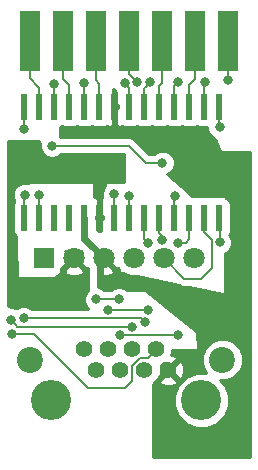
<source format=gtl>
G04 #@! TF.GenerationSoftware,KiCad,Pcbnew,no-vcs-found-bf44d39~61~ubuntu16.04.1*
G04 #@! TF.CreationDate,2018-01-04T16:51:08+01:00*
G04 #@! TF.ProjectId,arcade_adapter,6172636164655F616461707465722E6B,rev?*
G04 #@! TF.SameCoordinates,Original*
G04 #@! TF.FileFunction,Copper,L1,Top,Signal*
G04 #@! TF.FilePolarity,Positive*
%FSLAX46Y46*%
G04 Gerber Fmt 4.6, Leading zero omitted, Abs format (unit mm)*
G04 Created by KiCad (PCBNEW no-vcs-found-bf44d39~61~ubuntu16.04.1) date Thu Jan  4 16:51:08 2018*
%MOMM*%
%LPD*%
G01*
G04 APERTURE LIST*
%ADD10R,1.780000X5.080000*%
%ADD11C,1.400000*%
%ADD12C,3.400000*%
%ADD13C,2.200000*%
%ADD14R,1.800000X1.800000*%
%ADD15C,1.800000*%
%ADD16R,0.600000X2.200000*%
%ADD17C,0.800000*%
%ADD18C,0.152400*%
%ADD19C,0.609600*%
%ADD20C,0.254000*%
G04 APERTURE END LIST*
D10*
X109870000Y-57290000D03*
X107080000Y-57290000D03*
X104290000Y-57290000D03*
X101490000Y-57290000D03*
X98700000Y-57290000D03*
X95900000Y-57290000D03*
X93110000Y-57290000D03*
D11*
X104819800Y-85191600D03*
X102789800Y-85191600D03*
X100759800Y-85191600D03*
X98729800Y-85191600D03*
X103799800Y-83411600D03*
X101769800Y-83411600D03*
X99739800Y-83411600D03*
X97709800Y-83411600D03*
D12*
X94919800Y-87731600D03*
X107619800Y-87731600D03*
D13*
X93139800Y-84301600D03*
X109399800Y-84301600D03*
D14*
X94259400Y-75692000D03*
D15*
X96799400Y-75692000D03*
X99339400Y-75692000D03*
X101879400Y-75692000D03*
X104419400Y-75692000D03*
X106959400Y-75692000D03*
D16*
X109143800Y-72265000D03*
X109143800Y-62865000D03*
X107873800Y-72265000D03*
X107873800Y-62865000D03*
X106603800Y-72265000D03*
X106603800Y-62865000D03*
X105333800Y-72265000D03*
X105333800Y-62865000D03*
X104063800Y-72265000D03*
X104063800Y-62865000D03*
X102793800Y-72265000D03*
X102793800Y-62865000D03*
X101523800Y-72265000D03*
X101523800Y-62865000D03*
X100253800Y-72265000D03*
X100253800Y-62865000D03*
X98983800Y-72265000D03*
X98983800Y-62865000D03*
X97713800Y-72265000D03*
X97713800Y-62865000D03*
X96443800Y-72265000D03*
X96443800Y-62865000D03*
X95173800Y-72265000D03*
X95173800Y-62865000D03*
X93903800Y-72265000D03*
X93903800Y-62865000D03*
X92633800Y-72265000D03*
X92633800Y-62865000D03*
D17*
X109169200Y-74371200D03*
X109160000Y-64629998D03*
X102150000Y-60780000D03*
X101523800Y-70408800D03*
X103300000Y-60809998D03*
X100228400Y-70281800D03*
X107880000Y-60770000D03*
X97710000Y-60910000D03*
X105660000Y-60750000D03*
X101117400Y-60883800D03*
X100634800Y-79197199D03*
X98729798Y-79197200D03*
X107590000Y-69740000D03*
X108620000Y-69750000D03*
X110610000Y-69750000D03*
X109590000Y-69760000D03*
X109570000Y-68710000D03*
X110590000Y-68710000D03*
X110580000Y-67620000D03*
X109570000Y-67630000D03*
X98623120Y-65057020D03*
X96154240Y-65031620D03*
X97388680Y-65051940D03*
X105613200Y-90779600D03*
X106984800Y-90779600D03*
X108280200Y-90779600D03*
X108280200Y-91846400D03*
X106908600Y-91846400D03*
X106908600Y-91846400D03*
X105638600Y-91846400D03*
X105638600Y-91846400D03*
X104419400Y-91846400D03*
X93000000Y-66840000D03*
X98920300Y-68303140D03*
X99808030Y-68303140D03*
X100695760Y-68303140D03*
X100690680Y-67249040D03*
X99805490Y-67256660D03*
X98920300Y-67261740D03*
X95160000Y-60950000D03*
X105664004Y-74447400D03*
X100761800Y-82245200D03*
X105664000Y-82245200D03*
X103098600Y-80086200D03*
X99745802Y-80086200D03*
X103124000Y-74422000D03*
X92630000Y-64780000D03*
X104320000Y-67620000D03*
X109870000Y-60590000D03*
X105340000Y-70470000D03*
X102810000Y-81090000D03*
X92557600Y-80772000D03*
X93903800Y-70358000D03*
X104267000Y-74142602D03*
X101770000Y-81500000D03*
X91516200Y-80975200D03*
X92659200Y-70358000D03*
X91567092Y-82099312D03*
X94970600Y-66167000D03*
D18*
X109169200Y-74371200D02*
X109169200Y-72290400D01*
X109169200Y-72290400D02*
X109143800Y-72265000D01*
X109143800Y-62865000D02*
X109143800Y-64613798D01*
X109143800Y-64613798D02*
X109160000Y-64629998D01*
X107594400Y-77444600D02*
X106172000Y-77444600D01*
X106172000Y-77444600D02*
X104419400Y-75692000D01*
X108483400Y-76555600D02*
X107594400Y-77444600D01*
X108483400Y-74127000D02*
X108483400Y-76555600D01*
X107873800Y-72265000D02*
X107873800Y-73517400D01*
X107873800Y-73517400D02*
X108483400Y-74127000D01*
X102150000Y-60780000D02*
X101490000Y-60120000D01*
X101490000Y-60120000D02*
X101490000Y-57290000D01*
X101523800Y-70408800D02*
X101523800Y-72265000D01*
X102793800Y-62865000D02*
X102793800Y-61316198D01*
X102900001Y-61209997D02*
X103300000Y-60809998D01*
X102793800Y-61316198D02*
X102900001Y-61209997D01*
X100253800Y-72265000D02*
X100253800Y-70307200D01*
X100253800Y-70307200D02*
X100228400Y-70281800D01*
X106603800Y-61046200D02*
X107080000Y-60570000D01*
X107080000Y-60570000D02*
X107080000Y-57290000D01*
X106603800Y-62865000D02*
X106603800Y-61046200D01*
X106629200Y-62839600D02*
X106603800Y-62865000D01*
X98983800Y-60933800D02*
X98700000Y-60650000D01*
X98700000Y-60650000D02*
X98700000Y-57290000D01*
X98983800Y-62865000D02*
X98983800Y-60933800D01*
X107873800Y-62865000D02*
X107873800Y-60776200D01*
X107873800Y-60776200D02*
X107880000Y-60770000D01*
X97710000Y-60910000D02*
X97710000Y-62861200D01*
X97710000Y-62861200D02*
X97713800Y-62865000D01*
X104063800Y-61106200D02*
X104290000Y-60880000D01*
X104290000Y-60880000D02*
X104290000Y-57290000D01*
X104063800Y-62865000D02*
X104063800Y-61106200D01*
X104089200Y-62839600D02*
X104063800Y-62865000D01*
X96443800Y-62865000D02*
X96443800Y-61053800D01*
X96443800Y-61053800D02*
X95900000Y-60510000D01*
X95900000Y-60510000D02*
X95900000Y-57290000D01*
X105333800Y-62865000D02*
X105333800Y-61076200D01*
X105333800Y-61076200D02*
X105660000Y-60750000D01*
X101523800Y-61290200D02*
X101117400Y-60883800D01*
X101523800Y-62865000D02*
X101523800Y-61290200D01*
X100069115Y-79197199D02*
X100634800Y-79197199D01*
X98729798Y-79197200D02*
X100069115Y-79197199D01*
D19*
X110590000Y-68710000D02*
X109570000Y-68710000D01*
X109570000Y-67630000D02*
X110570000Y-67630000D01*
X110570000Y-67630000D02*
X110580000Y-67620000D01*
X98643440Y-65057020D02*
X98686420Y-65100000D01*
X99124317Y-65100000D02*
X99690002Y-65100000D01*
X98686420Y-65100000D02*
X99124317Y-65100000D01*
X98414001Y-74792001D02*
X97713800Y-74091800D01*
X97713800Y-74091800D02*
X97713800Y-72265000D01*
X99339400Y-75692000D02*
X98439401Y-74792001D01*
X98439401Y-74792001D02*
X98414001Y-74792001D01*
X99054920Y-76428600D02*
X99054920Y-77370940D01*
X99339400Y-76144120D02*
X99054920Y-76428600D01*
X99339400Y-75692000D02*
X99339400Y-76144120D01*
D18*
X108280200Y-90779600D02*
X106984800Y-90779600D01*
X104419400Y-91846400D02*
X105638600Y-91846400D01*
D19*
X99857560Y-68132960D02*
X98912680Y-68132960D01*
X100683060Y-67078860D02*
X100683060Y-68127880D01*
X100683060Y-68127880D02*
X100688140Y-68132960D01*
X98912680Y-67091560D02*
X99827080Y-67091560D01*
X99827080Y-67091560D02*
X99832160Y-67086480D01*
X96799400Y-75692000D02*
X95899401Y-76591999D01*
X95899401Y-76591999D02*
X95899401Y-77272719D01*
D18*
X93903800Y-62865000D02*
X93903800Y-61273800D01*
X93903800Y-61273800D02*
X93110000Y-60480000D01*
X93110000Y-60480000D02*
X93110000Y-57290000D01*
X95173800Y-60963800D02*
X95160000Y-60950000D01*
X95173800Y-62865000D02*
X95173800Y-60963800D01*
X106273600Y-74447400D02*
X106603800Y-74117200D01*
X106603800Y-74117200D02*
X106603800Y-72265000D01*
X105664004Y-74447400D02*
X106273600Y-74447400D01*
X101327485Y-82245200D02*
X105664000Y-82245200D01*
X100761800Y-82245200D02*
X101327485Y-82245200D01*
X106629200Y-72239600D02*
X106603800Y-72265000D01*
X99745802Y-80086200D02*
X103098600Y-80086200D01*
X102793800Y-72265000D02*
X102793800Y-74091800D01*
X102793800Y-74091800D02*
X103124000Y-74422000D01*
X92633800Y-62865000D02*
X92633800Y-64776200D01*
X92633800Y-64776200D02*
X92630000Y-64780000D01*
X104320000Y-67620000D02*
X102920000Y-67620000D01*
X102920000Y-67620000D02*
X101467000Y-66167000D01*
X101467000Y-66167000D02*
X94970600Y-66167000D01*
X109870000Y-60590000D02*
X109870000Y-60024315D01*
X109870000Y-60024315D02*
X109870000Y-57290000D01*
X105333800Y-72265000D02*
X105333800Y-70476200D01*
X105333800Y-70476200D02*
X105340000Y-70470000D01*
X92557600Y-80772000D02*
X92583000Y-80746600D01*
X92583000Y-80746600D02*
X102466600Y-80746600D01*
X102466600Y-80746600D02*
X102810000Y-81090000D01*
X93903800Y-72265000D02*
X93903800Y-70358000D01*
X104267000Y-74142602D02*
X104267000Y-73787000D01*
X104267000Y-73787000D02*
X104063800Y-73583800D01*
X104063800Y-73583800D02*
X104063800Y-72265000D01*
X101770000Y-81500000D02*
X92041000Y-81500000D01*
X92041000Y-81500000D02*
X91916199Y-81375199D01*
X91916199Y-81375199D02*
X91516200Y-80975200D01*
X92633800Y-72265000D02*
X92633800Y-70383400D01*
X92633800Y-70383400D02*
X92659200Y-70358000D01*
X101117400Y-86715600D02*
X98044000Y-86715600D01*
X101752400Y-86080600D02*
X101117400Y-86715600D01*
X92132777Y-82099312D02*
X91567092Y-82099312D01*
X102444131Y-84111599D02*
X101752400Y-84803330D01*
X103099801Y-84111599D02*
X102444131Y-84111599D01*
X103799800Y-83411600D02*
X103099801Y-84111599D01*
X93427712Y-82099312D02*
X92132777Y-82099312D01*
X98044000Y-86715600D02*
X93427712Y-82099312D01*
X101752400Y-84803330D02*
X101752400Y-86080600D01*
D20*
G36*
X100239458Y-61469315D02*
X100380800Y-61610904D01*
X100380800Y-62738000D01*
X100576360Y-62738000D01*
X100576360Y-62992000D01*
X100380800Y-62992000D01*
X100380800Y-64441250D01*
X100539550Y-64600000D01*
X100680109Y-64600000D01*
X100896828Y-64510232D01*
X100976035Y-64563157D01*
X101223800Y-64612440D01*
X101823800Y-64612440D01*
X102071565Y-64563157D01*
X102158800Y-64504868D01*
X102246035Y-64563157D01*
X102493800Y-64612440D01*
X103093800Y-64612440D01*
X103341565Y-64563157D01*
X103428800Y-64504868D01*
X103516035Y-64563157D01*
X103763800Y-64612440D01*
X104363800Y-64612440D01*
X104611565Y-64563157D01*
X104698800Y-64504868D01*
X104786035Y-64563157D01*
X105033800Y-64612440D01*
X105633800Y-64612440D01*
X105881565Y-64563157D01*
X105968800Y-64504868D01*
X106056035Y-64563157D01*
X106303800Y-64612440D01*
X106903800Y-64612440D01*
X107151565Y-64563157D01*
X107238800Y-64504868D01*
X107326035Y-64563157D01*
X107573800Y-64612440D01*
X108125015Y-64612440D01*
X108124821Y-64834969D01*
X108282058Y-65215513D01*
X108572954Y-65506917D01*
X108784445Y-65594735D01*
X109224813Y-66603203D01*
X109253121Y-66643874D01*
X109294839Y-66670616D01*
X109341297Y-66679380D01*
X111761200Y-66677527D01*
X111761200Y-92558800D01*
X103507076Y-92558800D01*
X103519838Y-88194022D01*
X105284396Y-88194022D01*
X105639129Y-89052543D01*
X106295402Y-89709962D01*
X107153302Y-90066193D01*
X108082222Y-90067004D01*
X108940743Y-89712271D01*
X109598162Y-89055998D01*
X109954393Y-88198098D01*
X109955204Y-87269178D01*
X109600471Y-86410657D01*
X109226917Y-86036451D01*
X109743399Y-86036901D01*
X110381315Y-85773319D01*
X110869804Y-85285682D01*
X111134499Y-84648227D01*
X111135101Y-83958001D01*
X110871519Y-83320085D01*
X110383882Y-82831596D01*
X109746427Y-82566901D01*
X109056201Y-82566299D01*
X108418285Y-82829881D01*
X107929796Y-83317518D01*
X107665101Y-83954973D01*
X107664499Y-84645199D01*
X107928081Y-85283115D01*
X108041736Y-85396968D01*
X107157378Y-85396196D01*
X106298857Y-85750929D01*
X105641438Y-86407202D01*
X105285207Y-87265102D01*
X105284396Y-88194022D01*
X103519838Y-88194022D01*
X103525283Y-86332177D01*
X103545029Y-86324018D01*
X103742516Y-86126875D01*
X104064131Y-86126875D01*
X104125969Y-86362642D01*
X104626922Y-86539019D01*
X105157240Y-86510264D01*
X105513631Y-86362642D01*
X105575469Y-86126875D01*
X104819800Y-85371205D01*
X104064131Y-86126875D01*
X103742516Y-86126875D01*
X103920898Y-85948804D01*
X103947816Y-85883978D01*
X104640195Y-85191600D01*
X104999405Y-85191600D01*
X105755075Y-85947269D01*
X105990842Y-85885431D01*
X106167219Y-85384478D01*
X106138464Y-84854160D01*
X105990842Y-84497769D01*
X105755075Y-84435931D01*
X104999405Y-85191600D01*
X104640195Y-85191600D01*
X104157053Y-84708458D01*
X104411237Y-84603431D01*
X104819800Y-85011995D01*
X105575469Y-84256325D01*
X105513631Y-84020558D01*
X105058931Y-83860466D01*
X105134568Y-83678313D01*
X105134768Y-83449041D01*
X107161638Y-83464396D01*
X107210311Y-83455098D01*
X107251720Y-83427880D01*
X107279561Y-83386888D01*
X107289344Y-83329345D01*
X107202984Y-81970445D01*
X107190254Y-81922555D01*
X107156433Y-81880021D01*
X102861293Y-78382441D01*
X102817502Y-78359249D01*
X102780939Y-78353920D01*
X101257352Y-78355848D01*
X101221846Y-78320280D01*
X100841577Y-78162379D01*
X100429829Y-78162020D01*
X100049285Y-78319257D01*
X100011051Y-78357424D01*
X99354752Y-78358255D01*
X99316844Y-78320281D01*
X98936575Y-78162380D01*
X98891611Y-78162341D01*
X98889296Y-77161832D01*
X99098736Y-77238458D01*
X99708860Y-77212839D01*
X100153548Y-77028643D01*
X100239954Y-76772159D01*
X99339400Y-75871605D01*
X98887357Y-76323648D01*
X98886528Y-75965267D01*
X99159795Y-75692000D01*
X98885261Y-75417466D01*
X98885036Y-75320429D01*
X99148362Y-75321357D01*
X99339400Y-75512395D01*
X99529097Y-75322698D01*
X99887045Y-75323960D01*
X99519005Y-75692000D01*
X100419559Y-76592554D01*
X100569727Y-76541965D01*
X100577332Y-76560371D01*
X100646931Y-76630092D01*
X100650058Y-76816806D01*
X100660538Y-76865239D01*
X100688754Y-76905974D01*
X100751048Y-76938992D01*
X101010330Y-76993204D01*
X101572730Y-77226733D01*
X102129556Y-77227218D01*
X105712218Y-77976301D01*
X105899836Y-78101663D01*
X106172000Y-78155800D01*
X106570712Y-78155800D01*
X109473408Y-78762712D01*
X109522959Y-78763196D01*
X109568923Y-78744681D01*
X109604303Y-78709985D01*
X109623712Y-78664392D01*
X109626400Y-78638724D01*
X109634917Y-75298641D01*
X109754715Y-75249142D01*
X110046119Y-74958246D01*
X110204020Y-74577977D01*
X110204379Y-74166229D01*
X110047142Y-73785685D01*
X109974822Y-73713239D01*
X110041957Y-73612765D01*
X110091240Y-73365000D01*
X110091240Y-71165000D01*
X110041957Y-70917235D01*
X109901609Y-70707191D01*
X109691565Y-70566843D01*
X109646521Y-70557883D01*
X109637456Y-70511699D01*
X109610031Y-70470427D01*
X109568900Y-70442792D01*
X109519542Y-70433001D01*
X106798891Y-70442823D01*
X106238048Y-69933145D01*
X106217942Y-69884485D01*
X105927046Y-69593081D01*
X105810673Y-69544759D01*
X104735892Y-68568029D01*
X104905515Y-68497942D01*
X105196919Y-68207046D01*
X105354820Y-67826777D01*
X105355179Y-67415029D01*
X105197942Y-67034485D01*
X104907046Y-66743081D01*
X104526777Y-66585180D01*
X104115029Y-66584821D01*
X103734485Y-66742058D01*
X103567452Y-66908800D01*
X103214589Y-66908800D01*
X101969894Y-65664106D01*
X101739165Y-65509937D01*
X101467000Y-65455800D01*
X95723076Y-65455800D01*
X95680123Y-65412772D01*
X95673729Y-64572672D01*
X95721565Y-64563157D01*
X95808800Y-64504868D01*
X95896035Y-64563157D01*
X96143800Y-64612440D01*
X96743800Y-64612440D01*
X96991565Y-64563157D01*
X97078800Y-64504868D01*
X97166035Y-64563157D01*
X97413800Y-64612440D01*
X98013800Y-64612440D01*
X98261565Y-64563157D01*
X98348800Y-64504868D01*
X98436035Y-64563157D01*
X98683800Y-64612440D01*
X99283800Y-64612440D01*
X99531565Y-64563157D01*
X99610772Y-64510232D01*
X99827491Y-64600000D01*
X99968050Y-64600000D01*
X100126800Y-64441250D01*
X100126800Y-62992000D01*
X100121296Y-62992000D01*
X100122478Y-62738000D01*
X100126800Y-62738000D01*
X100126800Y-61808754D01*
X100128755Y-61388433D01*
X100205829Y-61387927D01*
X100239458Y-61469315D01*
X100239458Y-61469315D01*
G37*
X100239458Y-61469315D02*
X100380800Y-61610904D01*
X100380800Y-62738000D01*
X100576360Y-62738000D01*
X100576360Y-62992000D01*
X100380800Y-62992000D01*
X100380800Y-64441250D01*
X100539550Y-64600000D01*
X100680109Y-64600000D01*
X100896828Y-64510232D01*
X100976035Y-64563157D01*
X101223800Y-64612440D01*
X101823800Y-64612440D01*
X102071565Y-64563157D01*
X102158800Y-64504868D01*
X102246035Y-64563157D01*
X102493800Y-64612440D01*
X103093800Y-64612440D01*
X103341565Y-64563157D01*
X103428800Y-64504868D01*
X103516035Y-64563157D01*
X103763800Y-64612440D01*
X104363800Y-64612440D01*
X104611565Y-64563157D01*
X104698800Y-64504868D01*
X104786035Y-64563157D01*
X105033800Y-64612440D01*
X105633800Y-64612440D01*
X105881565Y-64563157D01*
X105968800Y-64504868D01*
X106056035Y-64563157D01*
X106303800Y-64612440D01*
X106903800Y-64612440D01*
X107151565Y-64563157D01*
X107238800Y-64504868D01*
X107326035Y-64563157D01*
X107573800Y-64612440D01*
X108125015Y-64612440D01*
X108124821Y-64834969D01*
X108282058Y-65215513D01*
X108572954Y-65506917D01*
X108784445Y-65594735D01*
X109224813Y-66603203D01*
X109253121Y-66643874D01*
X109294839Y-66670616D01*
X109341297Y-66679380D01*
X111761200Y-66677527D01*
X111761200Y-92558800D01*
X103507076Y-92558800D01*
X103519838Y-88194022D01*
X105284396Y-88194022D01*
X105639129Y-89052543D01*
X106295402Y-89709962D01*
X107153302Y-90066193D01*
X108082222Y-90067004D01*
X108940743Y-89712271D01*
X109598162Y-89055998D01*
X109954393Y-88198098D01*
X109955204Y-87269178D01*
X109600471Y-86410657D01*
X109226917Y-86036451D01*
X109743399Y-86036901D01*
X110381315Y-85773319D01*
X110869804Y-85285682D01*
X111134499Y-84648227D01*
X111135101Y-83958001D01*
X110871519Y-83320085D01*
X110383882Y-82831596D01*
X109746427Y-82566901D01*
X109056201Y-82566299D01*
X108418285Y-82829881D01*
X107929796Y-83317518D01*
X107665101Y-83954973D01*
X107664499Y-84645199D01*
X107928081Y-85283115D01*
X108041736Y-85396968D01*
X107157378Y-85396196D01*
X106298857Y-85750929D01*
X105641438Y-86407202D01*
X105285207Y-87265102D01*
X105284396Y-88194022D01*
X103519838Y-88194022D01*
X103525283Y-86332177D01*
X103545029Y-86324018D01*
X103742516Y-86126875D01*
X104064131Y-86126875D01*
X104125969Y-86362642D01*
X104626922Y-86539019D01*
X105157240Y-86510264D01*
X105513631Y-86362642D01*
X105575469Y-86126875D01*
X104819800Y-85371205D01*
X104064131Y-86126875D01*
X103742516Y-86126875D01*
X103920898Y-85948804D01*
X103947816Y-85883978D01*
X104640195Y-85191600D01*
X104999405Y-85191600D01*
X105755075Y-85947269D01*
X105990842Y-85885431D01*
X106167219Y-85384478D01*
X106138464Y-84854160D01*
X105990842Y-84497769D01*
X105755075Y-84435931D01*
X104999405Y-85191600D01*
X104640195Y-85191600D01*
X104157053Y-84708458D01*
X104411237Y-84603431D01*
X104819800Y-85011995D01*
X105575469Y-84256325D01*
X105513631Y-84020558D01*
X105058931Y-83860466D01*
X105134568Y-83678313D01*
X105134768Y-83449041D01*
X107161638Y-83464396D01*
X107210311Y-83455098D01*
X107251720Y-83427880D01*
X107279561Y-83386888D01*
X107289344Y-83329345D01*
X107202984Y-81970445D01*
X107190254Y-81922555D01*
X107156433Y-81880021D01*
X102861293Y-78382441D01*
X102817502Y-78359249D01*
X102780939Y-78353920D01*
X101257352Y-78355848D01*
X101221846Y-78320280D01*
X100841577Y-78162379D01*
X100429829Y-78162020D01*
X100049285Y-78319257D01*
X100011051Y-78357424D01*
X99354752Y-78358255D01*
X99316844Y-78320281D01*
X98936575Y-78162380D01*
X98891611Y-78162341D01*
X98889296Y-77161832D01*
X99098736Y-77238458D01*
X99708860Y-77212839D01*
X100153548Y-77028643D01*
X100239954Y-76772159D01*
X99339400Y-75871605D01*
X98887357Y-76323648D01*
X98886528Y-75965267D01*
X99159795Y-75692000D01*
X98885261Y-75417466D01*
X98885036Y-75320429D01*
X99148362Y-75321357D01*
X99339400Y-75512395D01*
X99529097Y-75322698D01*
X99887045Y-75323960D01*
X99519005Y-75692000D01*
X100419559Y-76592554D01*
X100569727Y-76541965D01*
X100577332Y-76560371D01*
X100646931Y-76630092D01*
X100650058Y-76816806D01*
X100660538Y-76865239D01*
X100688754Y-76905974D01*
X100751048Y-76938992D01*
X101010330Y-76993204D01*
X101572730Y-77226733D01*
X102129556Y-77227218D01*
X105712218Y-77976301D01*
X105899836Y-78101663D01*
X106172000Y-78155800D01*
X106570712Y-78155800D01*
X109473408Y-78762712D01*
X109522959Y-78763196D01*
X109568923Y-78744681D01*
X109604303Y-78709985D01*
X109623712Y-78664392D01*
X109626400Y-78638724D01*
X109634917Y-75298641D01*
X109754715Y-75249142D01*
X110046119Y-74958246D01*
X110204020Y-74577977D01*
X110204379Y-74166229D01*
X110047142Y-73785685D01*
X109974822Y-73713239D01*
X110041957Y-73612765D01*
X110091240Y-73365000D01*
X110091240Y-71165000D01*
X110041957Y-70917235D01*
X109901609Y-70707191D01*
X109691565Y-70566843D01*
X109646521Y-70557883D01*
X109637456Y-70511699D01*
X109610031Y-70470427D01*
X109568900Y-70442792D01*
X109519542Y-70433001D01*
X106798891Y-70442823D01*
X106238048Y-69933145D01*
X106217942Y-69884485D01*
X105927046Y-69593081D01*
X105810673Y-69544759D01*
X104735892Y-68568029D01*
X104905515Y-68497942D01*
X105196919Y-68207046D01*
X105354820Y-67826777D01*
X105355179Y-67415029D01*
X105197942Y-67034485D01*
X104907046Y-66743081D01*
X104526777Y-66585180D01*
X104115029Y-66584821D01*
X103734485Y-66742058D01*
X103567452Y-66908800D01*
X103214589Y-66908800D01*
X101969894Y-65664106D01*
X101739165Y-65509937D01*
X101467000Y-65455800D01*
X95723076Y-65455800D01*
X95680123Y-65412772D01*
X95673729Y-64572672D01*
X95721565Y-64563157D01*
X95808800Y-64504868D01*
X95896035Y-64563157D01*
X96143800Y-64612440D01*
X96743800Y-64612440D01*
X96991565Y-64563157D01*
X97078800Y-64504868D01*
X97166035Y-64563157D01*
X97413800Y-64612440D01*
X98013800Y-64612440D01*
X98261565Y-64563157D01*
X98348800Y-64504868D01*
X98436035Y-64563157D01*
X98683800Y-64612440D01*
X99283800Y-64612440D01*
X99531565Y-64563157D01*
X99610772Y-64510232D01*
X99827491Y-64600000D01*
X99968050Y-64600000D01*
X100126800Y-64441250D01*
X100126800Y-62992000D01*
X100121296Y-62992000D01*
X100122478Y-62738000D01*
X100126800Y-62738000D01*
X100126800Y-61808754D01*
X100128755Y-61388433D01*
X100205829Y-61387927D01*
X100239458Y-61469315D01*
G36*
X92423223Y-65814820D02*
X92834971Y-65815179D01*
X92975775Y-65757000D01*
X93775098Y-65757000D01*
X93935763Y-65979257D01*
X93935421Y-66371971D01*
X94092658Y-66752515D01*
X94383554Y-67043919D01*
X94763823Y-67201820D01*
X95175571Y-67202179D01*
X95556115Y-67044942D01*
X95723148Y-66878200D01*
X101068439Y-66878200D01*
X101077553Y-69267954D01*
X100487900Y-69268873D01*
X100435177Y-69246980D01*
X100023429Y-69246621D01*
X99967614Y-69269683D01*
X99574159Y-69270296D01*
X99525574Y-69280039D01*
X99484415Y-69307633D01*
X99456949Y-69348878D01*
X99447357Y-69397296D01*
X99447357Y-69599045D01*
X99351481Y-69694754D01*
X99193580Y-70075023D01*
X99193221Y-70486771D01*
X99228177Y-70571373D01*
X99110800Y-70688750D01*
X99110800Y-72138000D01*
X99306360Y-72138000D01*
X99306360Y-72392000D01*
X99110800Y-72392000D01*
X99110800Y-73438053D01*
X98856800Y-73436452D01*
X98856800Y-72392000D01*
X98661240Y-72392000D01*
X98661240Y-72138000D01*
X98856800Y-72138000D01*
X98856800Y-70688750D01*
X98698050Y-70530000D01*
X98557491Y-70530000D01*
X98495057Y-70555861D01*
X98496120Y-69390376D01*
X98486497Y-69341766D01*
X98459004Y-69300539D01*
X98417828Y-69272972D01*
X98369058Y-69263260D01*
X93139198Y-69265800D01*
X93078916Y-69281052D01*
X92942251Y-69354852D01*
X92865977Y-69323180D01*
X92454229Y-69322821D01*
X92073685Y-69480058D01*
X91782281Y-69770954D01*
X91624380Y-70151223D01*
X91624021Y-70562971D01*
X91757119Y-70885094D01*
X91735643Y-70917235D01*
X91686360Y-71165000D01*
X91686360Y-73365000D01*
X91735643Y-73612765D01*
X91875991Y-73822809D01*
X91952203Y-73873733D01*
X91956901Y-74498571D01*
X91956918Y-74499925D01*
X92007718Y-77293925D01*
X92018267Y-77342342D01*
X92046542Y-77383036D01*
X92088237Y-77409813D01*
X92134697Y-77418616D01*
X95208097Y-77418616D01*
X95256698Y-77408949D01*
X95297900Y-77381419D01*
X95325430Y-77340217D01*
X95334972Y-77297255D01*
X95339130Y-77203690D01*
X95407165Y-77190157D01*
X95617209Y-77049809D01*
X95757557Y-76839765D01*
X95771004Y-76772159D01*
X95898846Y-76772159D01*
X95985252Y-77028643D01*
X96558736Y-77238458D01*
X97168860Y-77212839D01*
X97613548Y-77028643D01*
X97699954Y-76772159D01*
X96799400Y-75871605D01*
X95898846Y-76772159D01*
X95771004Y-76772159D01*
X95806840Y-76592000D01*
X95806840Y-76504955D01*
X96619795Y-75692000D01*
X96060564Y-75132769D01*
X96419848Y-75132843D01*
X96799400Y-75512395D01*
X97178798Y-75132998D01*
X97425970Y-75133048D01*
X97481964Y-75189042D01*
X96979005Y-75692000D01*
X97879559Y-76592554D01*
X98029727Y-76541965D01*
X98037332Y-76560371D01*
X98044000Y-76567051D01*
X98044000Y-78419366D01*
X97852879Y-78610154D01*
X97694978Y-78990423D01*
X97694619Y-79402171D01*
X97851856Y-79782715D01*
X98044000Y-79975195D01*
X98044000Y-80009987D01*
X93258875Y-80009510D01*
X93144646Y-79895081D01*
X92764377Y-79737180D01*
X92352629Y-79736821D01*
X91972085Y-79894058D01*
X91936565Y-79929516D01*
X91210200Y-79780263D01*
X91210200Y-65757000D01*
X92283977Y-65757000D01*
X92423223Y-65814820D01*
X92423223Y-65814820D01*
G37*
X92423223Y-65814820D02*
X92834971Y-65815179D01*
X92975775Y-65757000D01*
X93775098Y-65757000D01*
X93935763Y-65979257D01*
X93935421Y-66371971D01*
X94092658Y-66752515D01*
X94383554Y-67043919D01*
X94763823Y-67201820D01*
X95175571Y-67202179D01*
X95556115Y-67044942D01*
X95723148Y-66878200D01*
X101068439Y-66878200D01*
X101077553Y-69267954D01*
X100487900Y-69268873D01*
X100435177Y-69246980D01*
X100023429Y-69246621D01*
X99967614Y-69269683D01*
X99574159Y-69270296D01*
X99525574Y-69280039D01*
X99484415Y-69307633D01*
X99456949Y-69348878D01*
X99447357Y-69397296D01*
X99447357Y-69599045D01*
X99351481Y-69694754D01*
X99193580Y-70075023D01*
X99193221Y-70486771D01*
X99228177Y-70571373D01*
X99110800Y-70688750D01*
X99110800Y-72138000D01*
X99306360Y-72138000D01*
X99306360Y-72392000D01*
X99110800Y-72392000D01*
X99110800Y-73438053D01*
X98856800Y-73436452D01*
X98856800Y-72392000D01*
X98661240Y-72392000D01*
X98661240Y-72138000D01*
X98856800Y-72138000D01*
X98856800Y-70688750D01*
X98698050Y-70530000D01*
X98557491Y-70530000D01*
X98495057Y-70555861D01*
X98496120Y-69390376D01*
X98486497Y-69341766D01*
X98459004Y-69300539D01*
X98417828Y-69272972D01*
X98369058Y-69263260D01*
X93139198Y-69265800D01*
X93078916Y-69281052D01*
X92942251Y-69354852D01*
X92865977Y-69323180D01*
X92454229Y-69322821D01*
X92073685Y-69480058D01*
X91782281Y-69770954D01*
X91624380Y-70151223D01*
X91624021Y-70562971D01*
X91757119Y-70885094D01*
X91735643Y-70917235D01*
X91686360Y-71165000D01*
X91686360Y-73365000D01*
X91735643Y-73612765D01*
X91875991Y-73822809D01*
X91952203Y-73873733D01*
X91956901Y-74498571D01*
X91956918Y-74499925D01*
X92007718Y-77293925D01*
X92018267Y-77342342D01*
X92046542Y-77383036D01*
X92088237Y-77409813D01*
X92134697Y-77418616D01*
X95208097Y-77418616D01*
X95256698Y-77408949D01*
X95297900Y-77381419D01*
X95325430Y-77340217D01*
X95334972Y-77297255D01*
X95339130Y-77203690D01*
X95407165Y-77190157D01*
X95617209Y-77049809D01*
X95757557Y-76839765D01*
X95771004Y-76772159D01*
X95898846Y-76772159D01*
X95985252Y-77028643D01*
X96558736Y-77238458D01*
X97168860Y-77212839D01*
X97613548Y-77028643D01*
X97699954Y-76772159D01*
X96799400Y-75871605D01*
X95898846Y-76772159D01*
X95771004Y-76772159D01*
X95806840Y-76592000D01*
X95806840Y-76504955D01*
X96619795Y-75692000D01*
X96060564Y-75132769D01*
X96419848Y-75132843D01*
X96799400Y-75512395D01*
X97178798Y-75132998D01*
X97425970Y-75133048D01*
X97481964Y-75189042D01*
X96979005Y-75692000D01*
X97879559Y-76592554D01*
X98029727Y-76541965D01*
X98037332Y-76560371D01*
X98044000Y-76567051D01*
X98044000Y-78419366D01*
X97852879Y-78610154D01*
X97694978Y-78990423D01*
X97694619Y-79402171D01*
X97851856Y-79782715D01*
X98044000Y-79975195D01*
X98044000Y-80009987D01*
X93258875Y-80009510D01*
X93144646Y-79895081D01*
X92764377Y-79737180D01*
X92352629Y-79736821D01*
X91972085Y-79894058D01*
X91936565Y-79929516D01*
X91210200Y-79780263D01*
X91210200Y-65757000D01*
X92283977Y-65757000D01*
X92423223Y-65814820D01*
M02*

</source>
